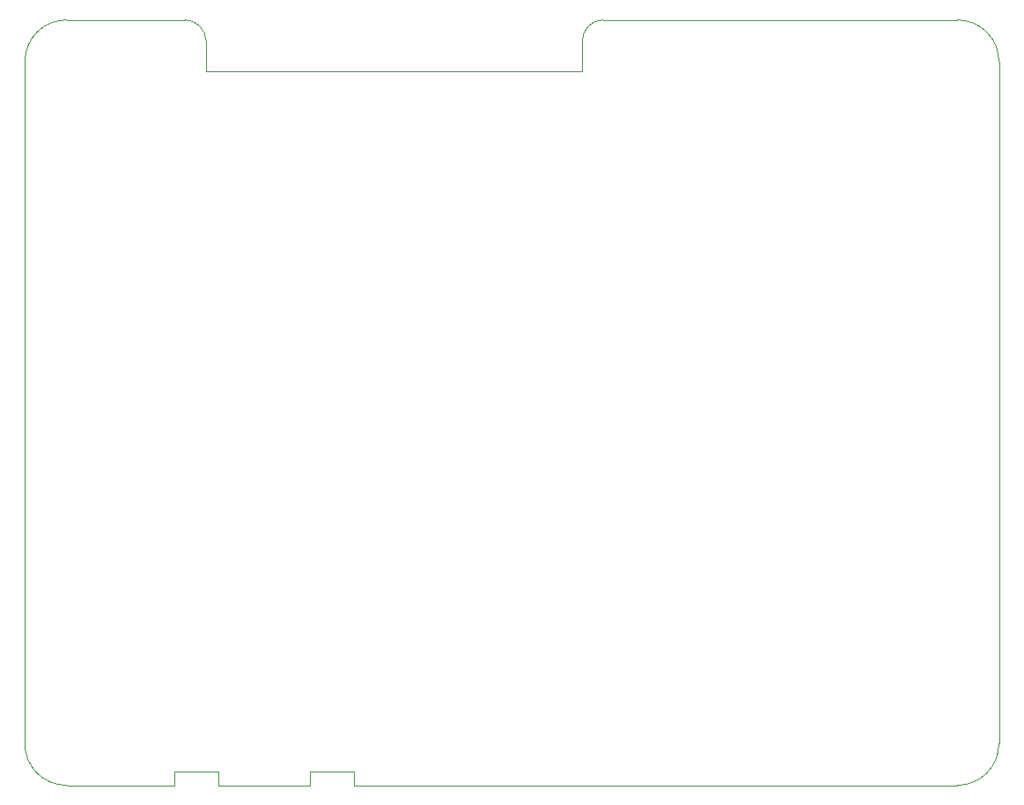
<source format=gbr>
G04 (created by PCBNEW (2013-mar-13)-testing) date Wed 03 Jul 2013 03:21:25 PM PDT*
%MOIN*%
G04 Gerber Fmt 3.4, Leading zero omitted, Abs format*
%FSLAX34Y34*%
G01*
G70*
G90*
G04 APERTURE LIST*
%ADD10C,0.008000*%
%ADD11C,0.003937*%
G04 APERTURE END LIST*
G54D10*
G54D11*
X58031Y-25657D02*
G75*
G03X57244Y-24870I-787J0D01*
G74*
G01*
X73070Y-24870D02*
G75*
G03X72283Y-25657I0J-787D01*
G74*
G01*
X52755Y-24870D02*
G75*
G03X51181Y-26444I0J-1574D01*
G74*
G01*
X51181Y-52295D02*
G75*
G03X52755Y-53870I1574J0D01*
G74*
G01*
X52755Y-53870D02*
X56850Y-53870D01*
X58503Y-53870D02*
X61968Y-53870D01*
X63622Y-53870D02*
X86480Y-53870D01*
X63622Y-53346D02*
X63622Y-53870D01*
X61968Y-53346D02*
X63622Y-53346D01*
X61968Y-53870D02*
X61968Y-53346D01*
X58503Y-53346D02*
X58503Y-53870D01*
X56850Y-53346D02*
X58503Y-53346D01*
X56850Y-53870D02*
X56850Y-53346D01*
X57244Y-24870D02*
X52755Y-24870D01*
X73070Y-24870D02*
X86480Y-24870D01*
X72283Y-26811D02*
X72283Y-25657D01*
X58031Y-26811D02*
X72283Y-26811D01*
X58031Y-26811D02*
X58031Y-25657D01*
X51181Y-26444D02*
X51181Y-52295D01*
X88055Y-52295D02*
X88055Y-26444D01*
X86480Y-53869D02*
G75*
G03X88055Y-52295I0J1574D01*
G74*
G01*
X88055Y-26444D02*
G75*
G03X86480Y-24870I-1574J0D01*
G74*
G01*
M02*

</source>
